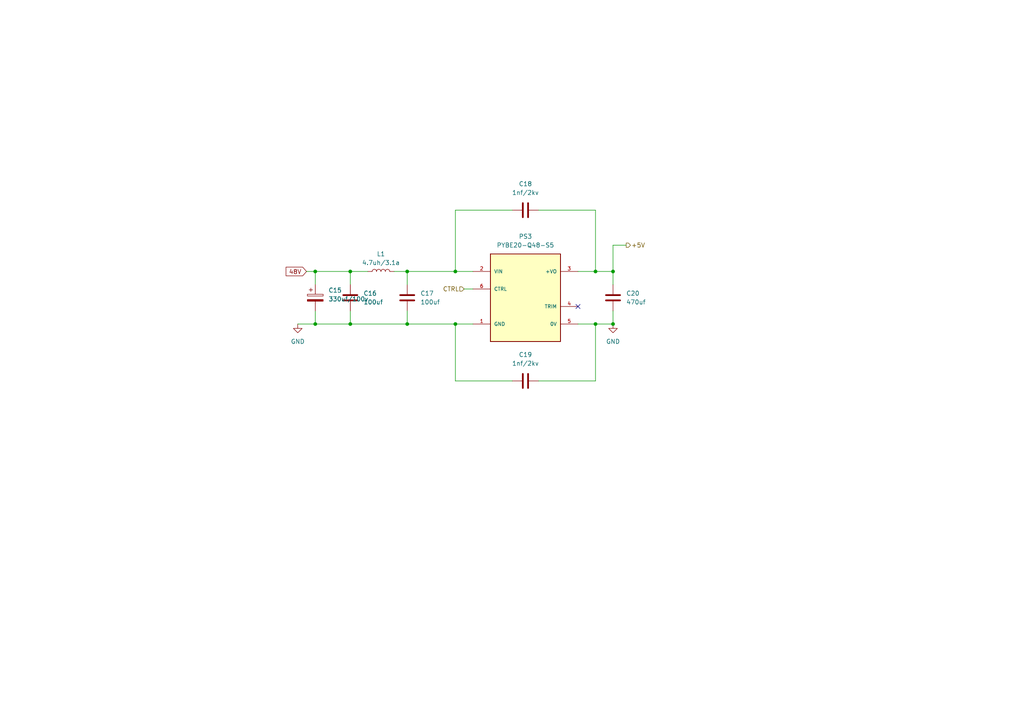
<source format=kicad_sch>
(kicad_sch (version 20230121) (generator eeschema)

  (uuid a662c665-6755-4f26-a055-f1ad6d151179)

  (paper "A4")

  (lib_symbols
    (symbol "BCRL_power_supply:PYBE20-Q48-S5" (pin_names (offset 1.016)) (in_bom yes) (on_board yes)
      (property "Reference" "PS" (at -10.16 12.7 0)
        (effects (font (size 1.27 1.27)) (justify left bottom))
      )
      (property "Value" "PYBE20-Q48-S5" (at -10.16 -15.24 0)
        (effects (font (size 1.27 1.27)) (justify left bottom))
      )
      (property "Footprint" "PYBE20-Q48-S5:CONV_PYBE20-Q48-S5" (at 0 0 0)
        (effects (font (size 1.27 1.27)) (justify bottom) hide)
      )
      (property "Datasheet" "" (at 0 0 0)
        (effects (font (size 1.27 1.27)) hide)
      )
      (property "STANDARD" "Manufacturer Recommendations" (at 0 0 0)
        (effects (font (size 1.27 1.27)) (justify bottom) hide)
      )
      (property "MANUFACTURER" "CUI Inc" (at 0 0 0)
        (effects (font (size 1.27 1.27)) (justify bottom) hide)
      )
      (symbol "PYBE20-Q48-S5_0_0"
        (rectangle (start -10.16 -12.7) (end 10.16 12.7)
          (stroke (width 0.254) (type default))
          (fill (type background))
        )
        (pin power_in line (at -15.24 -7.62 0) (length 5.08)
          (name "GND" (effects (font (size 1.016 1.016))))
          (number "1" (effects (font (size 1.016 1.016))))
        )
        (pin input line (at -15.24 7.62 0) (length 5.08)
          (name "VIN" (effects (font (size 1.016 1.016))))
          (number "2" (effects (font (size 1.016 1.016))))
        )
        (pin output line (at 15.24 7.62 180) (length 5.08)
          (name "+VO" (effects (font (size 1.016 1.016))))
          (number "3" (effects (font (size 1.016 1.016))))
        )
        (pin input line (at 15.24 -2.54 180) (length 5.08)
          (name "TRIM" (effects (font (size 1.016 1.016))))
          (number "4" (effects (font (size 1.016 1.016))))
        )
        (pin power_in line (at 15.24 -7.62 180) (length 5.08)
          (name "0V" (effects (font (size 1.016 1.016))))
          (number "5" (effects (font (size 1.016 1.016))))
        )
        (pin input line (at -15.24 2.54 0) (length 5.08)
          (name "CTRL" (effects (font (size 1.016 1.016))))
          (number "6" (effects (font (size 1.016 1.016))))
        )
      )
    )
    (symbol "Device:C" (pin_numbers hide) (pin_names (offset 0.254)) (in_bom yes) (on_board yes)
      (property "Reference" "C" (at 0.635 2.54 0)
        (effects (font (size 1.27 1.27)) (justify left))
      )
      (property "Value" "C" (at 0.635 -2.54 0)
        (effects (font (size 1.27 1.27)) (justify left))
      )
      (property "Footprint" "" (at 0.9652 -3.81 0)
        (effects (font (size 1.27 1.27)) hide)
      )
      (property "Datasheet" "~" (at 0 0 0)
        (effects (font (size 1.27 1.27)) hide)
      )
      (property "ki_keywords" "cap capacitor" (at 0 0 0)
        (effects (font (size 1.27 1.27)) hide)
      )
      (property "ki_description" "Unpolarized capacitor" (at 0 0 0)
        (effects (font (size 1.27 1.27)) hide)
      )
      (property "ki_fp_filters" "C_*" (at 0 0 0)
        (effects (font (size 1.27 1.27)) hide)
      )
      (symbol "C_0_1"
        (polyline
          (pts
            (xy -2.032 -0.762)
            (xy 2.032 -0.762)
          )
          (stroke (width 0.508) (type default))
          (fill (type none))
        )
        (polyline
          (pts
            (xy -2.032 0.762)
            (xy 2.032 0.762)
          )
          (stroke (width 0.508) (type default))
          (fill (type none))
        )
      )
      (symbol "C_1_1"
        (pin passive line (at 0 3.81 270) (length 2.794)
          (name "~" (effects (font (size 1.27 1.27))))
          (number "1" (effects (font (size 1.27 1.27))))
        )
        (pin passive line (at 0 -3.81 90) (length 2.794)
          (name "~" (effects (font (size 1.27 1.27))))
          (number "2" (effects (font (size 1.27 1.27))))
        )
      )
    )
    (symbol "Device:C_Polarized" (pin_numbers hide) (pin_names (offset 0.254)) (in_bom yes) (on_board yes)
      (property "Reference" "C" (at 0.635 2.54 0)
        (effects (font (size 1.27 1.27)) (justify left))
      )
      (property "Value" "C_Polarized" (at 0.635 -2.54 0)
        (effects (font (size 1.27 1.27)) (justify left))
      )
      (property "Footprint" "" (at 0.9652 -3.81 0)
        (effects (font (size 1.27 1.27)) hide)
      )
      (property "Datasheet" "~" (at 0 0 0)
        (effects (font (size 1.27 1.27)) hide)
      )
      (property "ki_keywords" "cap capacitor" (at 0 0 0)
        (effects (font (size 1.27 1.27)) hide)
      )
      (property "ki_description" "Polarized capacitor" (at 0 0 0)
        (effects (font (size 1.27 1.27)) hide)
      )
      (property "ki_fp_filters" "CP_*" (at 0 0 0)
        (effects (font (size 1.27 1.27)) hide)
      )
      (symbol "C_Polarized_0_1"
        (rectangle (start -2.286 0.508) (end 2.286 1.016)
          (stroke (width 0) (type default))
          (fill (type none))
        )
        (polyline
          (pts
            (xy -1.778 2.286)
            (xy -0.762 2.286)
          )
          (stroke (width 0) (type default))
          (fill (type none))
        )
        (polyline
          (pts
            (xy -1.27 2.794)
            (xy -1.27 1.778)
          )
          (stroke (width 0) (type default))
          (fill (type none))
        )
        (rectangle (start 2.286 -0.508) (end -2.286 -1.016)
          (stroke (width 0) (type default))
          (fill (type outline))
        )
      )
      (symbol "C_Polarized_1_1"
        (pin passive line (at 0 3.81 270) (length 2.794)
          (name "~" (effects (font (size 1.27 1.27))))
          (number "1" (effects (font (size 1.27 1.27))))
        )
        (pin passive line (at 0 -3.81 90) (length 2.794)
          (name "~" (effects (font (size 1.27 1.27))))
          (number "2" (effects (font (size 1.27 1.27))))
        )
      )
    )
    (symbol "Device:L" (pin_numbers hide) (pin_names (offset 1.016) hide) (in_bom yes) (on_board yes)
      (property "Reference" "L" (at -1.27 0 90)
        (effects (font (size 1.27 1.27)))
      )
      (property "Value" "L" (at 1.905 0 90)
        (effects (font (size 1.27 1.27)))
      )
      (property "Footprint" "" (at 0 0 0)
        (effects (font (size 1.27 1.27)) hide)
      )
      (property "Datasheet" "~" (at 0 0 0)
        (effects (font (size 1.27 1.27)) hide)
      )
      (property "ki_keywords" "inductor choke coil reactor magnetic" (at 0 0 0)
        (effects (font (size 1.27 1.27)) hide)
      )
      (property "ki_description" "Inductor" (at 0 0 0)
        (effects (font (size 1.27 1.27)) hide)
      )
      (property "ki_fp_filters" "Choke_* *Coil* Inductor_* L_*" (at 0 0 0)
        (effects (font (size 1.27 1.27)) hide)
      )
      (symbol "L_0_1"
        (arc (start 0 -2.54) (mid 0.6323 -1.905) (end 0 -1.27)
          (stroke (width 0) (type default))
          (fill (type none))
        )
        (arc (start 0 -1.27) (mid 0.6323 -0.635) (end 0 0)
          (stroke (width 0) (type default))
          (fill (type none))
        )
        (arc (start 0 0) (mid 0.6323 0.635) (end 0 1.27)
          (stroke (width 0) (type default))
          (fill (type none))
        )
        (arc (start 0 1.27) (mid 0.6323 1.905) (end 0 2.54)
          (stroke (width 0) (type default))
          (fill (type none))
        )
      )
      (symbol "L_1_1"
        (pin passive line (at 0 3.81 270) (length 1.27)
          (name "1" (effects (font (size 1.27 1.27))))
          (number "1" (effects (font (size 1.27 1.27))))
        )
        (pin passive line (at 0 -3.81 90) (length 1.27)
          (name "2" (effects (font (size 1.27 1.27))))
          (number "2" (effects (font (size 1.27 1.27))))
        )
      )
    )
    (symbol "power:GND" (power) (pin_names (offset 0)) (in_bom yes) (on_board yes)
      (property "Reference" "#PWR" (at 0 -6.35 0)
        (effects (font (size 1.27 1.27)) hide)
      )
      (property "Value" "GND" (at 0 -3.81 0)
        (effects (font (size 1.27 1.27)))
      )
      (property "Footprint" "" (at 0 0 0)
        (effects (font (size 1.27 1.27)) hide)
      )
      (property "Datasheet" "" (at 0 0 0)
        (effects (font (size 1.27 1.27)) hide)
      )
      (property "ki_keywords" "global power" (at 0 0 0)
        (effects (font (size 1.27 1.27)) hide)
      )
      (property "ki_description" "Power symbol creates a global label with name \"GND\" , ground" (at 0 0 0)
        (effects (font (size 1.27 1.27)) hide)
      )
      (symbol "GND_0_1"
        (polyline
          (pts
            (xy 0 0)
            (xy 0 -1.27)
            (xy 1.27 -1.27)
            (xy 0 -2.54)
            (xy -1.27 -1.27)
            (xy 0 -1.27)
          )
          (stroke (width 0) (type default))
          (fill (type none))
        )
      )
      (symbol "GND_1_1"
        (pin power_in line (at 0 0 270) (length 0) hide
          (name "GND" (effects (font (size 1.27 1.27))))
          (number "1" (effects (font (size 1.27 1.27))))
        )
      )
    )
  )

  (junction (at 91.44 78.74) (diameter 0) (color 0 0 0 0)
    (uuid 056ce6a7-c3ac-4b30-9e78-f97f9af24aa2)
  )
  (junction (at 91.44 93.98) (diameter 0) (color 0 0 0 0)
    (uuid 39128214-cc37-4cc7-b385-60ff1b3ecc95)
  )
  (junction (at 101.6 93.98) (diameter 0) (color 0 0 0 0)
    (uuid 3c97074e-8c47-4245-a922-ef1273265a5b)
  )
  (junction (at 132.08 78.74) (diameter 0) (color 0 0 0 0)
    (uuid 5928e985-644f-4d30-8bd0-bd0055569e99)
  )
  (junction (at 132.08 93.98) (diameter 0) (color 0 0 0 0)
    (uuid 7734eee4-62d4-42af-8fbd-ee282ebf2a0d)
  )
  (junction (at 118.11 78.74) (diameter 0) (color 0 0 0 0)
    (uuid 79718239-bdd0-41da-a3eb-a3dd537db638)
  )
  (junction (at 172.72 93.98) (diameter 0) (color 0 0 0 0)
    (uuid 832793ab-303d-4815-a677-ffa4808d5edf)
  )
  (junction (at 172.72 78.74) (diameter 0) (color 0 0 0 0)
    (uuid a938f227-bc54-4c73-a485-6007ddd122cc)
  )
  (junction (at 177.8 78.74) (diameter 0) (color 0 0 0 0)
    (uuid b6d474f6-d186-4d78-9151-40eba30e3d3e)
  )
  (junction (at 118.11 93.98) (diameter 0) (color 0 0 0 0)
    (uuid e96f011b-67ab-46ef-9a4a-9c2068acc752)
  )
  (junction (at 177.8 93.98) (diameter 0) (color 0 0 0 0)
    (uuid f27fd5a3-9401-4340-8cf0-364eea2acba9)
  )
  (junction (at 101.6 78.74) (diameter 0) (color 0 0 0 0)
    (uuid f33b1d63-b34b-4381-81bb-e3cdcdd1e4f5)
  )

  (no_connect (at 167.64 88.9) (uuid 26af20fe-6b0c-4cb4-9952-2282554556a1))

  (wire (pts (xy 177.8 71.12) (xy 177.8 78.74))
    (stroke (width 0) (type default))
    (uuid 0148790b-05e5-449a-971f-3648616a103c)
  )
  (wire (pts (xy 118.11 78.74) (xy 118.11 82.55))
    (stroke (width 0) (type default))
    (uuid 0c8cc75c-c5ee-461e-b415-cb81082026c7)
  )
  (wire (pts (xy 177.8 78.74) (xy 172.72 78.74))
    (stroke (width 0) (type default))
    (uuid 121d1fbf-6354-4287-9dc7-227868c856f6)
  )
  (wire (pts (xy 156.21 110.49) (xy 172.72 110.49))
    (stroke (width 0) (type default))
    (uuid 182211bc-93df-4751-8778-840495392c29)
  )
  (wire (pts (xy 172.72 78.74) (xy 167.64 78.74))
    (stroke (width 0) (type default))
    (uuid 1b492e39-4ac9-4f19-b343-0d365c571f2b)
  )
  (wire (pts (xy 134.62 83.82) (xy 137.16 83.82))
    (stroke (width 0) (type default))
    (uuid 1d982d49-25ca-4a51-9fdc-7b58c7ef4d59)
  )
  (wire (pts (xy 148.59 60.96) (xy 132.08 60.96))
    (stroke (width 0) (type default))
    (uuid 1e0af5df-6856-4224-8de6-9c24cfc52e24)
  )
  (wire (pts (xy 118.11 78.74) (xy 132.08 78.74))
    (stroke (width 0) (type default))
    (uuid 22622818-08f3-49a2-aea2-3b9e433ebbfe)
  )
  (wire (pts (xy 101.6 90.17) (xy 101.6 93.98))
    (stroke (width 0) (type default))
    (uuid 22a429ef-6cd0-4348-84db-13745b050606)
  )
  (wire (pts (xy 132.08 110.49) (xy 132.08 93.98))
    (stroke (width 0) (type default))
    (uuid 31ad1ebe-95a2-4612-80ed-3f7c4ce59885)
  )
  (wire (pts (xy 148.59 110.49) (xy 132.08 110.49))
    (stroke (width 0) (type default))
    (uuid 3d26263e-7fdf-47c0-a537-944c3e42848d)
  )
  (wire (pts (xy 91.44 78.74) (xy 101.6 78.74))
    (stroke (width 0) (type default))
    (uuid 40914d67-8c21-4851-aacc-01f51e12b21e)
  )
  (wire (pts (xy 181.61 71.12) (xy 177.8 71.12))
    (stroke (width 0) (type default))
    (uuid 41928ccc-a219-47d3-bd31-ef72a20a2a4e)
  )
  (wire (pts (xy 101.6 78.74) (xy 101.6 82.55))
    (stroke (width 0) (type default))
    (uuid 4442c21a-8a5f-42c1-b194-db4b064f9526)
  )
  (wire (pts (xy 91.44 93.98) (xy 101.6 93.98))
    (stroke (width 0) (type default))
    (uuid 547a9c6f-f408-4494-bef8-29b6c2c7e46f)
  )
  (wire (pts (xy 177.8 93.98) (xy 172.72 93.98))
    (stroke (width 0) (type default))
    (uuid 5a20cdb3-0ef0-4f63-90db-ef47eb643a12)
  )
  (wire (pts (xy 132.08 78.74) (xy 137.16 78.74))
    (stroke (width 0) (type default))
    (uuid 7df2c772-351a-4866-9986-2d647f3e28dc)
  )
  (wire (pts (xy 132.08 60.96) (xy 132.08 78.74))
    (stroke (width 0) (type default))
    (uuid 9c18c7b8-9e3a-4dc0-8c6e-ddd6174ac0eb)
  )
  (wire (pts (xy 91.44 78.74) (xy 91.44 82.55))
    (stroke (width 0) (type default))
    (uuid a29b0dd3-d8d7-4fc6-84db-fcc93705e121)
  )
  (wire (pts (xy 91.44 90.17) (xy 91.44 93.98))
    (stroke (width 0) (type default))
    (uuid a2e62762-f3d5-40c0-9274-b87939ce0e12)
  )
  (wire (pts (xy 114.3 78.74) (xy 118.11 78.74))
    (stroke (width 0) (type default))
    (uuid a7fb8b20-ec5a-4667-b390-1f5f136ac950)
  )
  (wire (pts (xy 177.8 90.17) (xy 177.8 93.98))
    (stroke (width 0) (type default))
    (uuid ad6a22c8-9077-4915-86e6-eb391608a14b)
  )
  (wire (pts (xy 101.6 78.74) (xy 106.68 78.74))
    (stroke (width 0) (type default))
    (uuid b6e171cf-63af-4542-8d9b-5f250aba7134)
  )
  (wire (pts (xy 156.21 60.96) (xy 172.72 60.96))
    (stroke (width 0) (type default))
    (uuid bcd5fbfc-c14f-4957-a5b9-9820973780b3)
  )
  (wire (pts (xy 172.72 110.49) (xy 172.72 93.98))
    (stroke (width 0) (type default))
    (uuid c5f3bbe9-e06c-4e02-aa50-b835c6264dbd)
  )
  (wire (pts (xy 88.9 78.74) (xy 91.44 78.74))
    (stroke (width 0) (type default))
    (uuid d2a4a39a-3d1d-4815-8066-358f07cbe21e)
  )
  (wire (pts (xy 177.8 78.74) (xy 177.8 82.55))
    (stroke (width 0) (type default))
    (uuid d30eda65-40df-49c4-a2f2-c64a874bc6c0)
  )
  (wire (pts (xy 118.11 90.17) (xy 118.11 93.98))
    (stroke (width 0) (type default))
    (uuid d488cc2a-1ef8-446b-8e47-e2f5cc13df01)
  )
  (wire (pts (xy 132.08 93.98) (xy 137.16 93.98))
    (stroke (width 0) (type default))
    (uuid e0760436-f01e-4ce7-96bf-46bf2a902100)
  )
  (wire (pts (xy 172.72 93.98) (xy 167.64 93.98))
    (stroke (width 0) (type default))
    (uuid e1d8845a-6390-41f8-8ba6-6afbd28e9309)
  )
  (wire (pts (xy 118.11 93.98) (xy 132.08 93.98))
    (stroke (width 0) (type default))
    (uuid e5c822cd-b9d8-46e7-a28e-c5ba10abda6a)
  )
  (wire (pts (xy 86.36 93.98) (xy 91.44 93.98))
    (stroke (width 0) (type default))
    (uuid f3271656-58f7-428c-acb9-7c9ecf0e63bc)
  )
  (wire (pts (xy 172.72 60.96) (xy 172.72 78.74))
    (stroke (width 0) (type default))
    (uuid fbaebb5f-5cb5-46eb-b3b6-66bff49da920)
  )
  (wire (pts (xy 101.6 93.98) (xy 118.11 93.98))
    (stroke (width 0) (type default))
    (uuid fdb39c71-3150-4685-8317-9bfbc0c9f1e0)
  )

  (global_label "48V" (shape input) (at 88.9 78.74 180) (fields_autoplaced)
    (effects (font (size 1.27 1.27)) (justify right))
    (uuid 59a39281-7605-41ed-b7b2-d77c684e6830)
    (property "Intersheetrefs" "${INTERSHEET_REFS}" (at 82.4072 78.74 0)
      (effects (font (size 1.27 1.27)) (justify right) hide)
    )
  )

  (hierarchical_label "CTRL" (shape input) (at 134.62 83.82 180) (fields_autoplaced)
    (effects (font (size 1.27 1.27)) (justify right))
    (uuid 6ad354bc-4188-4d59-b1a9-385274a768d6)
  )
  (hierarchical_label "+5V" (shape output) (at 181.61 71.12 0) (fields_autoplaced)
    (effects (font (size 1.27 1.27)) (justify left))
    (uuid de40b3fa-6a00-42f3-8b3d-c528de0a7251)
  )

  (symbol (lib_id "power:GND") (at 177.8 93.98 0) (unit 1)
    (in_bom yes) (on_board yes) (dnp no) (fields_autoplaced)
    (uuid 04c5bbd9-ca5d-4553-aea2-891202ffc154)
    (property "Reference" "#PWR062" (at 177.8 100.33 0)
      (effects (font (size 1.27 1.27)) hide)
    )
    (property "Value" "GND" (at 177.8 99.06 0)
      (effects (font (size 1.27 1.27)))
    )
    (property "Footprint" "" (at 177.8 93.98 0)
      (effects (font (size 1.27 1.27)) hide)
    )
    (property "Datasheet" "" (at 177.8 93.98 0)
      (effects (font (size 1.27 1.27)) hide)
    )
    (pin "1" (uuid 296aad4a-8d25-4600-9227-bcc791fc15bc))
    (instances
      (project "bcrl_power_supply"
        (path "/77f0f57c-9586-4625-9281-fa8cbd8015db/94fee228-5462-46f6-ad6c-1e47c0f1b343/6ddb7e67-8545-46a3-9e44-5c96c89d3435"
          (reference "#PWR062") (unit 1)
        )
        (path "/77f0f57c-9586-4625-9281-fa8cbd8015db/94fee228-5462-46f6-ad6c-1e47c0f1b343/c039bccf-3be1-43af-8b76-0ca17da1fb41"
          (reference "#PWR056") (unit 1)
        )
        (path "/77f0f57c-9586-4625-9281-fa8cbd8015db/94fee228-5462-46f6-ad6c-1e47c0f1b343/c35d8ada-b51d-4898-80a7-064f1b10b5ec"
          (reference "#PWR058") (unit 1)
        )
        (path "/77f0f57c-9586-4625-9281-fa8cbd8015db/94fee228-5462-46f6-ad6c-1e47c0f1b343/e906dc70-4b76-4ecb-a5b5-dda2fead03e3"
          (reference "#PWR066") (unit 1)
        )
      )
    )
  )

  (symbol (lib_id "power:GND") (at 86.36 93.98 0) (unit 1)
    (in_bom yes) (on_board yes) (dnp no) (fields_autoplaced)
    (uuid 0e7c238c-56a0-478c-829a-f3230181106a)
    (property "Reference" "#PWR061" (at 86.36 100.33 0)
      (effects (font (size 1.27 1.27)) hide)
    )
    (property "Value" "GND" (at 86.36 99.06 0)
      (effects (font (size 1.27 1.27)))
    )
    (property "Footprint" "" (at 86.36 93.98 0)
      (effects (font (size 1.27 1.27)) hide)
    )
    (property "Datasheet" "" (at 86.36 93.98 0)
      (effects (font (size 1.27 1.27)) hide)
    )
    (pin "1" (uuid fea39d64-8b3d-407e-82c8-48a326ea1039))
    (instances
      (project "bcrl_power_supply"
        (path "/77f0f57c-9586-4625-9281-fa8cbd8015db/94fee228-5462-46f6-ad6c-1e47c0f1b343/6ddb7e67-8545-46a3-9e44-5c96c89d3435"
          (reference "#PWR061") (unit 1)
        )
        (path "/77f0f57c-9586-4625-9281-fa8cbd8015db/94fee228-5462-46f6-ad6c-1e47c0f1b343/c039bccf-3be1-43af-8b76-0ca17da1fb41"
          (reference "#PWR055") (unit 1)
        )
        (path "/77f0f57c-9586-4625-9281-fa8cbd8015db/94fee228-5462-46f6-ad6c-1e47c0f1b343/c35d8ada-b51d-4898-80a7-064f1b10b5ec"
          (reference "#PWR057") (unit 1)
        )
        (path "/77f0f57c-9586-4625-9281-fa8cbd8015db/94fee228-5462-46f6-ad6c-1e47c0f1b343/e906dc70-4b76-4ecb-a5b5-dda2fead03e3"
          (reference "#PWR065") (unit 1)
        )
      )
    )
  )

  (symbol (lib_id "BCRL_power_supply:PYBE20-Q48-S5") (at 152.4 86.36 0) (unit 1)
    (in_bom yes) (on_board yes) (dnp no) (fields_autoplaced)
    (uuid 28760033-d5d1-4a13-976d-4ec34c573c37)
    (property "Reference" "PS3" (at 152.4 68.58 0)
      (effects (font (size 1.27 1.27)))
    )
    (property "Value" "PYBE20-Q48-S5" (at 152.4 71.12 0)
      (effects (font (size 1.27 1.27)))
    )
    (property "Footprint" "BCRL_power_supply:CONV_PYBE20-Q48-S5" (at 152.4 86.36 0)
      (effects (font (size 1.27 1.27)) (justify bottom) hide)
    )
    (property "Datasheet" "" (at 152.4 86.36 0)
      (effects (font (size 1.27 1.27)) hide)
    )
    (property "STANDARD" "Manufacturer Recommendations" (at 152.4 86.36 0)
      (effects (font (size 1.27 1.27)) (justify bottom) hide)
    )
    (property "MANUFACTURER" "CUI Inc" (at 152.4 86.36 0)
      (effects (font (size 1.27 1.27)) (justify bottom) hide)
    )
    (pin "3" (uuid 2b4a564d-86e1-4760-8326-2a89f9129c5b))
    (pin "5" (uuid 51983233-8eef-43e1-a18b-119004cd7abe))
    (pin "6" (uuid 1b334d12-7b14-438d-b35e-982fd65e4466))
    (pin "4" (uuid 67423d8e-195c-4285-ac88-8ce7d31609bf))
    (pin "1" (uuid 27b8b093-a94f-46f6-adce-a4fa605f4b6f))
    (pin "2" (uuid 6c1633ae-9d3e-4534-ad23-31f686c3346c))
    (instances
      (project "bcrl_power_supply"
        (path "/77f0f57c-9586-4625-9281-fa8cbd8015db/94fee228-5462-46f6-ad6c-1e47c0f1b343/6ddb7e67-8545-46a3-9e44-5c96c89d3435"
          (reference "PS3") (unit 1)
        )
        (path "/77f0f57c-9586-4625-9281-fa8cbd8015db/94fee228-5462-46f6-ad6c-1e47c0f1b343/c039bccf-3be1-43af-8b76-0ca17da1fb41"
          (reference "PS1") (unit 1)
        )
        (path "/77f0f57c-9586-4625-9281-fa8cbd8015db/94fee228-5462-46f6-ad6c-1e47c0f1b343/c35d8ada-b51d-4898-80a7-064f1b10b5ec"
          (reference "PS2") (unit 1)
        )
        (path "/77f0f57c-9586-4625-9281-fa8cbd8015db/94fee228-5462-46f6-ad6c-1e47c0f1b343/e906dc70-4b76-4ecb-a5b5-dda2fead03e3"
          (reference "PS5") (unit 1)
        )
      )
    )
  )

  (symbol (lib_id "Device:C") (at 118.11 86.36 0) (unit 1)
    (in_bom yes) (on_board yes) (dnp no) (fields_autoplaced)
    (uuid 3479e180-5795-45fd-bbc3-9cb05c8a12bc)
    (property "Reference" "C17" (at 121.92 85.09 0)
      (effects (font (size 1.27 1.27)) (justify left))
    )
    (property "Value" "100uf" (at 121.92 87.63 0)
      (effects (font (size 1.27 1.27)) (justify left))
    )
    (property "Footprint" "Capacitor_SMD:C_0603_1608Metric" (at 119.0752 90.17 0)
      (effects (font (size 1.27 1.27)) hide)
    )
    (property "Datasheet" "~" (at 118.11 86.36 0)
      (effects (font (size 1.27 1.27)) hide)
    )
    (pin "2" (uuid 885c38d1-bb2f-40aa-b79f-973b168bb780))
    (pin "1" (uuid 47a0e570-bd8d-4ce9-9c13-3106a1873155))
    (instances
      (project "bcrl_power_supply"
        (path "/77f0f57c-9586-4625-9281-fa8cbd8015db/94fee228-5462-46f6-ad6c-1e47c0f1b343/6ddb7e67-8545-46a3-9e44-5c96c89d3435"
          (reference "C17") (unit 1)
        )
        (path "/77f0f57c-9586-4625-9281-fa8cbd8015db/94fee228-5462-46f6-ad6c-1e47c0f1b343/c039bccf-3be1-43af-8b76-0ca17da1fb41"
          (reference "C3") (unit 1)
        )
        (path "/77f0f57c-9586-4625-9281-fa8cbd8015db/94fee228-5462-46f6-ad6c-1e47c0f1b343/e906dc70-4b76-4ecb-a5b5-dda2fead03e3"
          (reference "C23") (unit 1)
        )
        (path "/77f0f57c-9586-4625-9281-fa8cbd8015db/94fee228-5462-46f6-ad6c-1e47c0f1b343/c35d8ada-b51d-4898-80a7-064f1b10b5ec"
          (reference "C9") (unit 1)
        )
      )
    )
  )

  (symbol (lib_id "Device:C") (at 101.6 86.36 0) (unit 1)
    (in_bom yes) (on_board yes) (dnp no) (fields_autoplaced)
    (uuid 6c657e83-8c3a-4452-86f4-f6a7c11bce49)
    (property "Reference" "C16" (at 105.41 85.09 0)
      (effects (font (size 1.27 1.27)) (justify left))
    )
    (property "Value" "100uf" (at 105.41 87.63 0)
      (effects (font (size 1.27 1.27)) (justify left))
    )
    (property "Footprint" "Capacitor_SMD:C_0603_1608Metric" (at 102.5652 90.17 0)
      (effects (font (size 1.27 1.27)) hide)
    )
    (property "Datasheet" "~" (at 101.6 86.36 0)
      (effects (font (size 1.27 1.27)) hide)
    )
    (pin "2" (uuid 1e3c2754-f955-412d-9474-8130a54be822))
    (pin "1" (uuid 3bdf4965-357e-46b4-9045-8e18c47fe844))
    (instances
      (project "bcrl_power_supply"
        (path "/77f0f57c-9586-4625-9281-fa8cbd8015db/94fee228-5462-46f6-ad6c-1e47c0f1b343/6ddb7e67-8545-46a3-9e44-5c96c89d3435"
          (reference "C16") (unit 1)
        )
        (path "/77f0f57c-9586-4625-9281-fa8cbd8015db/94fee228-5462-46f6-ad6c-1e47c0f1b343/c039bccf-3be1-43af-8b76-0ca17da1fb41"
          (reference "C2") (unit 1)
        )
        (path "/77f0f57c-9586-4625-9281-fa8cbd8015db/94fee228-5462-46f6-ad6c-1e47c0f1b343/e906dc70-4b76-4ecb-a5b5-dda2fead03e3"
          (reference "C22") (unit 1)
        )
        (path "/77f0f57c-9586-4625-9281-fa8cbd8015db/94fee228-5462-46f6-ad6c-1e47c0f1b343/c35d8ada-b51d-4898-80a7-064f1b10b5ec"
          (reference "C8") (unit 1)
        )
      )
    )
  )

  (symbol (lib_id "Device:C") (at 177.8 86.36 0) (unit 1)
    (in_bom yes) (on_board yes) (dnp no) (fields_autoplaced)
    (uuid 893d5a16-b813-463b-a263-e384379d0112)
    (property "Reference" "C20" (at 181.61 85.09 0)
      (effects (font (size 1.27 1.27)) (justify left))
    )
    (property "Value" "470uf" (at 181.61 87.63 0)
      (effects (font (size 1.27 1.27)) (justify left))
    )
    (property "Footprint" "Capacitor_SMD:C_0603_1608Metric" (at 178.7652 90.17 0)
      (effects (font (size 1.27 1.27)) hide)
    )
    (property "Datasheet" "~" (at 177.8 86.36 0)
      (effects (font (size 1.27 1.27)) hide)
    )
    (pin "2" (uuid 65a51191-fe7d-4c0e-b5dc-1872e0a06d2a))
    (pin "1" (uuid 98f94277-abea-45e5-89b6-fb63596f7177))
    (instances
      (project "bcrl_power_supply"
        (path "/77f0f57c-9586-4625-9281-fa8cbd8015db/94fee228-5462-46f6-ad6c-1e47c0f1b343/6ddb7e67-8545-46a3-9e44-5c96c89d3435"
          (reference "C20") (unit 1)
        )
        (path "/77f0f57c-9586-4625-9281-fa8cbd8015db/94fee228-5462-46f6-ad6c-1e47c0f1b343/c039bccf-3be1-43af-8b76-0ca17da1fb41"
          (reference "C6") (unit 1)
        )
        (path "/77f0f57c-9586-4625-9281-fa8cbd8015db/94fee228-5462-46f6-ad6c-1e47c0f1b343/e906dc70-4b76-4ecb-a5b5-dda2fead03e3"
          (reference "C26") (unit 1)
        )
        (path "/77f0f57c-9586-4625-9281-fa8cbd8015db/94fee228-5462-46f6-ad6c-1e47c0f1b343/c35d8ada-b51d-4898-80a7-064f1b10b5ec"
          (reference "C12") (unit 1)
        )
      )
    )
  )

  (symbol (lib_id "Device:L") (at 110.49 78.74 90) (unit 1)
    (in_bom yes) (on_board yes) (dnp no) (fields_autoplaced)
    (uuid 94cb643f-e772-406f-a85d-3eec2d8a9c88)
    (property "Reference" "L1" (at 110.49 73.66 90)
      (effects (font (size 1.27 1.27)))
    )
    (property "Value" "4.7uh/3.1a" (at 110.49 76.2 90)
      (effects (font (size 1.27 1.27)))
    )
    (property "Footprint" "" (at 110.49 78.74 0)
      (effects (font (size 1.27 1.27)) hide)
    )
    (property "Datasheet" "~" (at 110.49 78.74 0)
      (effects (font (size 1.27 1.27)) hide)
    )
    (pin "1" (uuid 48a832ed-9f13-49fa-b0a1-48ea1aaa2c7f))
    (pin "2" (uuid e5b14e2e-31a6-4135-a718-af8e174289cb))
    (instances
      (project "bcrl_power_supply"
        (path "/77f0f57c-9586-4625-9281-fa8cbd8015db/94fee228-5462-46f6-ad6c-1e47c0f1b343/c039bccf-3be1-43af-8b76-0ca17da1fb41"
          (reference "L1") (unit 1)
        )
        (path "/77f0f57c-9586-4625-9281-fa8cbd8015db/94fee228-5462-46f6-ad6c-1e47c0f1b343/e906dc70-4b76-4ecb-a5b5-dda2fead03e3"
          (reference "L4") (unit 1)
        )
        (path "/77f0f57c-9586-4625-9281-fa8cbd8015db/94fee228-5462-46f6-ad6c-1e47c0f1b343/c35d8ada-b51d-4898-80a7-064f1b10b5ec"
          (reference "L2") (unit 1)
        )
        (path "/77f0f57c-9586-4625-9281-fa8cbd8015db/94fee228-5462-46f6-ad6c-1e47c0f1b343/6ddb7e67-8545-46a3-9e44-5c96c89d3435"
          (reference "L3") (unit 1)
        )
      )
    )
  )

  (symbol (lib_id "Device:C_Polarized") (at 91.44 86.36 0) (unit 1)
    (in_bom yes) (on_board yes) (dnp no) (fields_autoplaced)
    (uuid a3f5206e-ab50-41e9-9858-b7dde8dcc490)
    (property "Reference" "C15" (at 95.25 84.201 0)
      (effects (font (size 1.27 1.27)) (justify left))
    )
    (property "Value" "330uf/100v" (at 95.25 86.741 0)
      (effects (font (size 1.27 1.27)) (justify left))
    )
    (property "Footprint" "Capacitor_SMD:C_0603_1608Metric" (at 92.4052 90.17 0)
      (effects (font (size 1.27 1.27)) hide)
    )
    (property "Datasheet" "~" (at 91.44 86.36 0)
      (effects (font (size 1.27 1.27)) hide)
    )
    (pin "1" (uuid 6bdd2e4b-8d60-42ad-bb45-999a3f52f612))
    (pin "2" (uuid f51135be-54c3-4430-a336-ecc229e53569))
    (instances
      (project "bcrl_power_supply"
        (path "/77f0f57c-9586-4625-9281-fa8cbd8015db/94fee228-5462-46f6-ad6c-1e47c0f1b343/6ddb7e67-8545-46a3-9e44-5c96c89d3435"
          (reference "C15") (unit 1)
        )
        (path "/77f0f57c-9586-4625-9281-fa8cbd8015db/94fee228-5462-46f6-ad6c-1e47c0f1b343/c039bccf-3be1-43af-8b76-0ca17da1fb41"
          (reference "C1") (unit 1)
        )
        (path "/77f0f57c-9586-4625-9281-fa8cbd8015db/94fee228-5462-46f6-ad6c-1e47c0f1b343/e906dc70-4b76-4ecb-a5b5-dda2fead03e3"
          (reference "C21") (unit 1)
        )
        (path "/77f0f57c-9586-4625-9281-fa8cbd8015db/94fee228-5462-46f6-ad6c-1e47c0f1b343/c35d8ada-b51d-4898-80a7-064f1b10b5ec"
          (reference "C7") (unit 1)
        )
      )
    )
  )

  (symbol (lib_id "Device:C") (at 152.4 110.49 90) (unit 1)
    (in_bom yes) (on_board yes) (dnp no) (fields_autoplaced)
    (uuid a5df400e-1ba3-4aa6-a3c2-2edf6ead2661)
    (property "Reference" "C19" (at 152.4 102.87 90)
      (effects (font (size 1.27 1.27)))
    )
    (property "Value" "1nf/2kv" (at 152.4 105.41 90)
      (effects (font (size 1.27 1.27)))
    )
    (property "Footprint" "Capacitor_SMD:C_0603_1608Metric" (at 156.21 109.5248 0)
      (effects (font (size 1.27 1.27)) hide)
    )
    (property "Datasheet" "~" (at 152.4 110.49 0)
      (effects (font (size 1.27 1.27)) hide)
    )
    (pin "2" (uuid 044b6e40-4f73-49a2-858e-f1835018763d))
    (pin "1" (uuid 7d8e4553-44b2-4c53-b398-846d26d8da71))
    (instances
      (project "bcrl_power_supply"
        (path "/77f0f57c-9586-4625-9281-fa8cbd8015db/94fee228-5462-46f6-ad6c-1e47c0f1b343/6ddb7e67-8545-46a3-9e44-5c96c89d3435"
          (reference "C19") (unit 1)
        )
        (path "/77f0f57c-9586-4625-9281-fa8cbd8015db/94fee228-5462-46f6-ad6c-1e47c0f1b343/c039bccf-3be1-43af-8b76-0ca17da1fb41"
          (reference "C5") (unit 1)
        )
        (path "/77f0f57c-9586-4625-9281-fa8cbd8015db/94fee228-5462-46f6-ad6c-1e47c0f1b343/e906dc70-4b76-4ecb-a5b5-dda2fead03e3"
          (reference "C25") (unit 1)
        )
        (path "/77f0f57c-9586-4625-9281-fa8cbd8015db/94fee228-5462-46f6-ad6c-1e47c0f1b343/c35d8ada-b51d-4898-80a7-064f1b10b5ec"
          (reference "C11") (unit 1)
        )
      )
    )
  )

  (symbol (lib_id "Device:C") (at 152.4 60.96 90) (unit 1)
    (in_bom yes) (on_board yes) (dnp no) (fields_autoplaced)
    (uuid fe216e3b-5b9e-4439-86f2-030339e2e227)
    (property "Reference" "C18" (at 152.4 53.34 90)
      (effects (font (size 1.27 1.27)))
    )
    (property "Value" "1nf/2kv" (at 152.4 55.88 90)
      (effects (font (size 1.27 1.27)))
    )
    (property "Footprint" "Capacitor_SMD:C_0603_1608Metric" (at 156.21 59.9948 0)
      (effects (font (size 1.27 1.27)) hide)
    )
    (property "Datasheet" "~" (at 152.4 60.96 0)
      (effects (font (size 1.27 1.27)) hide)
    )
    (pin "2" (uuid a2f713a5-d3e5-492a-a9d1-23bbededfb68))
    (pin "1" (uuid 638356d1-7325-48e3-b111-e7ee27bf924f))
    (instances
      (project "bcrl_power_supply"
        (path "/77f0f57c-9586-4625-9281-fa8cbd8015db/94fee228-5462-46f6-ad6c-1e47c0f1b343/6ddb7e67-8545-46a3-9e44-5c96c89d3435"
          (reference "C18") (unit 1)
        )
        (path "/77f0f57c-9586-4625-9281-fa8cbd8015db/94fee228-5462-46f6-ad6c-1e47c0f1b343/c039bccf-3be1-43af-8b76-0ca17da1fb41"
          (reference "C4") (unit 1)
        )
        (path "/77f0f57c-9586-4625-9281-fa8cbd8015db/94fee228-5462-46f6-ad6c-1e47c0f1b343/e906dc70-4b76-4ecb-a5b5-dda2fead03e3"
          (reference "C24") (unit 1)
        )
        (path "/77f0f57c-9586-4625-9281-fa8cbd8015db/94fee228-5462-46f6-ad6c-1e47c0f1b343/c35d8ada-b51d-4898-80a7-064f1b10b5ec"
          (reference "C10") (unit 1)
        )
      )
    )
  )
)

</source>
